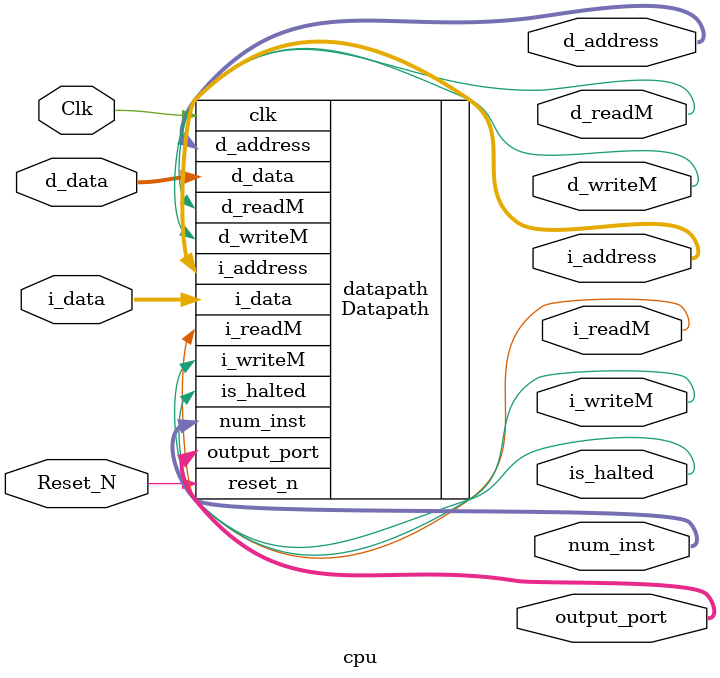
<source format=v>
`timescale 1ns/1ns
`define WORD_SIZE 16    // data and address word size

`include "opcodes.v"

module cpu(
        input Clk, 
        input Reset_N, 

	// Instruction memory interface
        output i_readM, 
        output i_writeM, 
        output [`WORD_SIZE-1:0] i_address, 
        inout [`WORD_SIZE-1:0] i_data, 

	// Data memory interface
        output d_readM, 
        output d_writeM, 
        output [`WORD_SIZE-1:0] d_address, 
        inout [`WORD_SIZE-1:0] d_data, 

        output [`WORD_SIZE-1:0] num_inst, 
        output [`WORD_SIZE-1:0] output_port, 
        output is_halted
);

    // TODO : Implement your multi-cycle CPU!
    Datapath datapath(.i_readM(i_readM), .i_writeM(i_writeM), .i_address(i_address), .i_data(i_data), .d_readM(d_readM), .d_writeM(d_writeM), .d_address(d_address), .d_data(d_data), .reset_n(Reset_N), .clk(Clk), .num_inst(num_inst), .output_port(output_port), .is_halted(is_halted));  

endmodule

</source>
